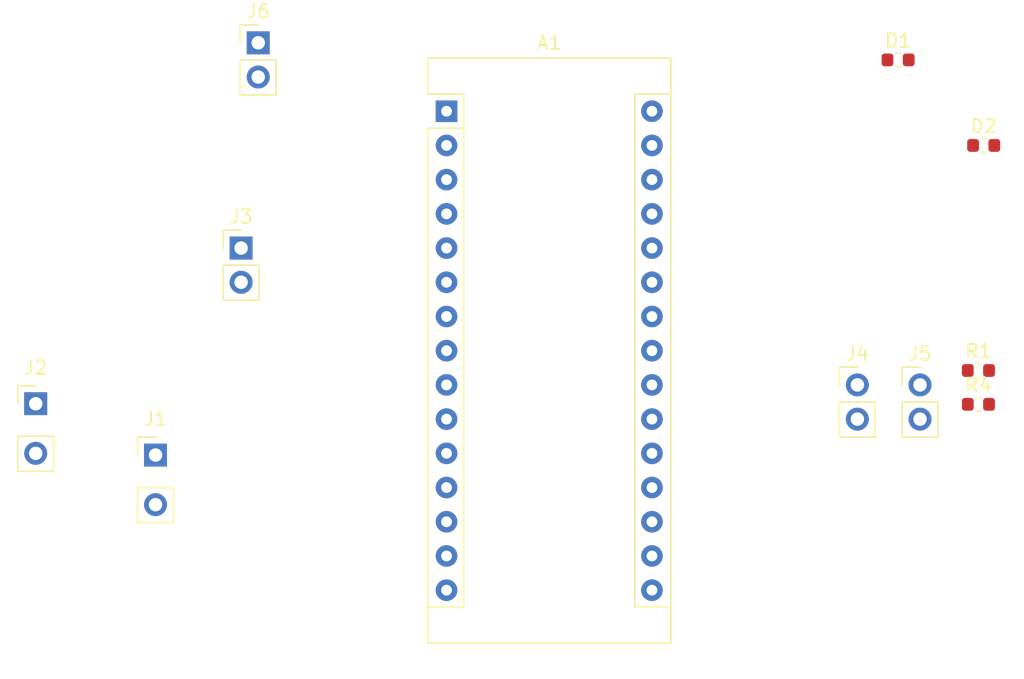
<source format=kicad_pcb>
(kicad_pcb (version 20171130) (host pcbnew "(5.1.4-0-10_14)")

  (general
    (thickness 1.6)
    (drawings 0)
    (tracks 0)
    (zones 0)
    (modules 11)
    (nets 34)
  )

  (page A4)
  (layers
    (0 F.Cu signal)
    (31 B.Cu signal)
    (32 B.Adhes user)
    (33 F.Adhes user)
    (34 B.Paste user)
    (35 F.Paste user)
    (36 B.SilkS user)
    (37 F.SilkS user)
    (38 B.Mask user)
    (39 F.Mask user)
    (40 Dwgs.User user)
    (41 Cmts.User user)
    (42 Eco1.User user)
    (43 Eco2.User user)
    (44 Edge.Cuts user)
    (45 Margin user)
    (46 B.CrtYd user)
    (47 F.CrtYd user)
    (48 B.Fab user)
    (49 F.Fab user)
  )

  (setup
    (last_trace_width 0.25)
    (trace_clearance 0.2)
    (zone_clearance 0.508)
    (zone_45_only no)
    (trace_min 0.2)
    (via_size 0.8)
    (via_drill 0.4)
    (via_min_size 0.4)
    (via_min_drill 0.3)
    (uvia_size 0.3)
    (uvia_drill 0.1)
    (uvias_allowed no)
    (uvia_min_size 0.2)
    (uvia_min_drill 0.1)
    (edge_width 0.05)
    (segment_width 0.2)
    (pcb_text_width 0.3)
    (pcb_text_size 1.5 1.5)
    (mod_edge_width 0.12)
    (mod_text_size 1 1)
    (mod_text_width 0.15)
    (pad_size 1.524 1.524)
    (pad_drill 0.762)
    (pad_to_mask_clearance 0.051)
    (solder_mask_min_width 0.25)
    (aux_axis_origin 0 0)
    (visible_elements FFFFFF7F)
    (pcbplotparams
      (layerselection 0x010fc_ffffffff)
      (usegerberextensions false)
      (usegerberattributes false)
      (usegerberadvancedattributes false)
      (creategerberjobfile false)
      (excludeedgelayer true)
      (linewidth 0.100000)
      (plotframeref false)
      (viasonmask false)
      (mode 1)
      (useauxorigin false)
      (hpglpennumber 1)
      (hpglpenspeed 20)
      (hpglpendiameter 15.000000)
      (psnegative false)
      (psa4output false)
      (plotreference true)
      (plotvalue true)
      (plotinvisibletext false)
      (padsonsilk false)
      (subtractmaskfromsilk false)
      (outputformat 1)
      (mirror false)
      (drillshape 1)
      (scaleselection 1)
      (outputdirectory ""))
  )

  (net 0 "")
  (net 1 "Net-(A1-Pad16)")
  (net 2 "Net-(A1-Pad15)")
  (net 3 "Net-(A1-Pad30)")
  (net 4 "Net-(A1-Pad14)")
  (net 5 "Net-(A1-Pad13)")
  (net 6 "Net-(A1-Pad28)")
  (net 7 "Net-(A1-Pad12)")
  (net 8 +5V)
  (net 9 "Net-(A1-Pad11)")
  (net 10 "Net-(A1-Pad26)")
  (net 11 "Net-(A1-Pad10)")
  (net 12 "Net-(A1-Pad25)")
  (net 13 "Net-(A1-Pad9)")
  (net 14 "Net-(A1-Pad24)")
  (net 15 "Net-(A1-Pad8)")
  (net 16 "Net-(A1-Pad23)")
  (net 17 "Net-(A1-Pad7)")
  (net 18 "Net-(A1-Pad22)")
  (net 19 "Net-(A1-Pad21)")
  (net 20 "Net-(A1-Pad20)")
  (net 21 "Net-(A1-Pad4)")
  (net 22 "Net-(A1-Pad19)")
  (net 23 "Net-(A1-Pad3)")
  (net 24 "Net-(A1-Pad18)")
  (net 25 "Net-(A1-Pad2)")
  (net 26 "Net-(A1-Pad17)")
  (net 27 "Net-(A1-Pad1)")
  (net 28 "Net-(D1-Pad2)")
  (net 29 GND)
  (net 30 "Net-(D2-Pad2)")
  (net 31 D3)
  (net 32 D2)
  (net 33 +5P)

  (net_class Default "This is the default net class."
    (clearance 0.2)
    (trace_width 0.25)
    (via_dia 0.8)
    (via_drill 0.4)
    (uvia_dia 0.3)
    (uvia_drill 0.1)
    (add_net +5P)
    (add_net +5V)
    (add_net D2)
    (add_net D3)
    (add_net GND)
    (add_net "Net-(A1-Pad1)")
    (add_net "Net-(A1-Pad10)")
    (add_net "Net-(A1-Pad11)")
    (add_net "Net-(A1-Pad12)")
    (add_net "Net-(A1-Pad13)")
    (add_net "Net-(A1-Pad14)")
    (add_net "Net-(A1-Pad15)")
    (add_net "Net-(A1-Pad16)")
    (add_net "Net-(A1-Pad17)")
    (add_net "Net-(A1-Pad18)")
    (add_net "Net-(A1-Pad19)")
    (add_net "Net-(A1-Pad2)")
    (add_net "Net-(A1-Pad20)")
    (add_net "Net-(A1-Pad21)")
    (add_net "Net-(A1-Pad22)")
    (add_net "Net-(A1-Pad23)")
    (add_net "Net-(A1-Pad24)")
    (add_net "Net-(A1-Pad25)")
    (add_net "Net-(A1-Pad26)")
    (add_net "Net-(A1-Pad28)")
    (add_net "Net-(A1-Pad3)")
    (add_net "Net-(A1-Pad30)")
    (add_net "Net-(A1-Pad4)")
    (add_net "Net-(A1-Pad7)")
    (add_net "Net-(A1-Pad8)")
    (add_net "Net-(A1-Pad9)")
    (add_net "Net-(D1-Pad2)")
    (add_net "Net-(D2-Pad2)")
  )

  (module Resistor_SMD:R_0603_1608Metric (layer F.Cu) (tedit 5B301BBD) (tstamp 5DB0F268)
    (at 184.24 120.82)
    (descr "Resistor SMD 0603 (1608 Metric), square (rectangular) end terminal, IPC_7351 nominal, (Body size source: http://www.tortai-tech.com/upload/download/2011102023233369053.pdf), generated with kicad-footprint-generator")
    (tags resistor)
    (path /5DB25A67)
    (attr smd)
    (fp_text reference R4 (at 0 -1.43) (layer F.SilkS)
      (effects (font (size 1 1) (thickness 0.15)))
    )
    (fp_text value 10k (at 0 1.43) (layer F.Fab)
      (effects (font (size 1 1) (thickness 0.15)))
    )
    (fp_text user %R (at 0 0) (layer F.Fab)
      (effects (font (size 0.4 0.4) (thickness 0.06)))
    )
    (fp_line (start 1.48 0.73) (end -1.48 0.73) (layer F.CrtYd) (width 0.05))
    (fp_line (start 1.48 -0.73) (end 1.48 0.73) (layer F.CrtYd) (width 0.05))
    (fp_line (start -1.48 -0.73) (end 1.48 -0.73) (layer F.CrtYd) (width 0.05))
    (fp_line (start -1.48 0.73) (end -1.48 -0.73) (layer F.CrtYd) (width 0.05))
    (fp_line (start -0.162779 0.51) (end 0.162779 0.51) (layer F.SilkS) (width 0.12))
    (fp_line (start -0.162779 -0.51) (end 0.162779 -0.51) (layer F.SilkS) (width 0.12))
    (fp_line (start 0.8 0.4) (end -0.8 0.4) (layer F.Fab) (width 0.1))
    (fp_line (start 0.8 -0.4) (end 0.8 0.4) (layer F.Fab) (width 0.1))
    (fp_line (start -0.8 -0.4) (end 0.8 -0.4) (layer F.Fab) (width 0.1))
    (fp_line (start -0.8 0.4) (end -0.8 -0.4) (layer F.Fab) (width 0.1))
    (pad 2 smd roundrect (at 0.7875 0) (size 0.875 0.95) (layers F.Cu F.Paste F.Mask) (roundrect_rratio 0.25)
      (net 19 "Net-(A1-Pad21)"))
    (pad 1 smd roundrect (at -0.7875 0) (size 0.875 0.95) (layers F.Cu F.Paste F.Mask) (roundrect_rratio 0.25)
      (net 29 GND))
    (model ${KISYS3DMOD}/Resistor_SMD.3dshapes/R_0603_1608Metric.wrl
      (at (xyz 0 0 0))
      (scale (xyz 1 1 1))
      (rotate (xyz 0 0 0))
    )
  )

  (module Resistor_SMD:R_0603_1608Metric (layer F.Cu) (tedit 5B301BBD) (tstamp 5DB0F257)
    (at 184.24 118.31)
    (descr "Resistor SMD 0603 (1608 Metric), square (rectangular) end terminal, IPC_7351 nominal, (Body size source: http://www.tortai-tech.com/upload/download/2011102023233369053.pdf), generated with kicad-footprint-generator")
    (tags resistor)
    (path /5DAE42D2)
    (attr smd)
    (fp_text reference R1 (at 0 -1.43) (layer F.SilkS)
      (effects (font (size 1 1) (thickness 0.15)))
    )
    (fp_text value 10k (at 0 1.43) (layer F.Fab)
      (effects (font (size 1 1) (thickness 0.15)))
    )
    (fp_text user %R (at 0 0) (layer F.Fab)
      (effects (font (size 0.4 0.4) (thickness 0.06)))
    )
    (fp_line (start 1.48 0.73) (end -1.48 0.73) (layer F.CrtYd) (width 0.05))
    (fp_line (start 1.48 -0.73) (end 1.48 0.73) (layer F.CrtYd) (width 0.05))
    (fp_line (start -1.48 -0.73) (end 1.48 -0.73) (layer F.CrtYd) (width 0.05))
    (fp_line (start -1.48 0.73) (end -1.48 -0.73) (layer F.CrtYd) (width 0.05))
    (fp_line (start -0.162779 0.51) (end 0.162779 0.51) (layer F.SilkS) (width 0.12))
    (fp_line (start -0.162779 -0.51) (end 0.162779 -0.51) (layer F.SilkS) (width 0.12))
    (fp_line (start 0.8 0.4) (end -0.8 0.4) (layer F.Fab) (width 0.1))
    (fp_line (start 0.8 -0.4) (end 0.8 0.4) (layer F.Fab) (width 0.1))
    (fp_line (start -0.8 -0.4) (end 0.8 -0.4) (layer F.Fab) (width 0.1))
    (fp_line (start -0.8 0.4) (end -0.8 -0.4) (layer F.Fab) (width 0.1))
    (pad 2 smd roundrect (at 0.7875 0) (size 0.875 0.95) (layers F.Cu F.Paste F.Mask) (roundrect_rratio 0.25)
      (net 22 "Net-(A1-Pad19)"))
    (pad 1 smd roundrect (at -0.7875 0) (size 0.875 0.95) (layers F.Cu F.Paste F.Mask) (roundrect_rratio 0.25)
      (net 29 GND))
    (model ${KISYS3DMOD}/Resistor_SMD.3dshapes/R_0603_1608Metric.wrl
      (at (xyz 0 0 0))
      (scale (xyz 1 1 1))
      (rotate (xyz 0 0 0))
    )
  )

  (module Connector_PinHeader_2.54mm:PinHeader_1x02_P2.54mm_Vertical_V2 (layer F.Cu) (tedit 5DB0937F) (tstamp 5DB0F21C)
    (at 179.91 119.38)
    (descr "Through hole straight pin header, 1x02, 2.54mm pitch, single row")
    (tags "Through hole pin header THT 1x02 2.54mm single row")
    (path /5DB21842)
    (fp_text reference J5 (at 0 -2.33) (layer F.SilkS)
      (effects (font (size 1 1) (thickness 0.15)))
    )
    (fp_text value Conn_01x02_Female (at 0 4.87) (layer F.Fab)
      (effects (font (size 1 1) (thickness 0.15)))
    )
    (fp_line (start 1.8 -1.8) (end -1.8 -1.8) (layer F.CrtYd) (width 0.05))
    (fp_line (start 1.8 4.35) (end 1.8 -1.8) (layer F.CrtYd) (width 0.05))
    (fp_line (start -1.8 4.35) (end 1.8 4.35) (layer F.CrtYd) (width 0.05))
    (fp_line (start -1.8 -1.8) (end -1.8 4.35) (layer F.CrtYd) (width 0.05))
    (fp_line (start -1.33 -1.33) (end 0 -1.33) (layer F.SilkS) (width 0.12))
    (fp_line (start -1.33 0) (end -1.33 -1.33) (layer F.SilkS) (width 0.12))
    (fp_line (start -1.33 1.27) (end 1.33 1.27) (layer F.SilkS) (width 0.12))
    (fp_line (start 1.33 1.27) (end 1.33 3.87) (layer F.SilkS) (width 0.12))
    (fp_line (start -1.33 1.27) (end -1.33 3.87) (layer F.SilkS) (width 0.12))
    (fp_line (start -1.33 3.87) (end 1.33 3.87) (layer F.SilkS) (width 0.12))
    (fp_line (start -1.27 -0.635) (end -0.635 -1.27) (layer F.Fab) (width 0.1))
    (fp_line (start -1.27 3.81) (end -1.27 -0.635) (layer F.Fab) (width 0.1))
    (fp_line (start 1.27 3.81) (end -1.27 3.81) (layer F.Fab) (width 0.1))
    (fp_line (start 1.27 -1.27) (end 1.27 3.81) (layer F.Fab) (width 0.1))
    (fp_line (start -0.635 -1.27) (end 1.27 -1.27) (layer F.Fab) (width 0.1))
    (pad 2 thru_hole oval (at 0 0) (size 1.7 1.7) (drill 1) (layers *.Cu *.Mask)
      (net 19 "Net-(A1-Pad21)"))
    (pad 2 thru_hole oval (at 0 2.54) (size 1.7 1.7) (drill 1) (layers *.Cu *.Mask)
      (net 19 "Net-(A1-Pad21)"))
    (model ${KISYS3DMOD}/Connector_PinHeader_2.54mm.3dshapes/PinHeader_1x02_P2.54mm_Vertical.wrl
      (at (xyz 0 0 0))
      (scale (xyz 1 1 1))
      (rotate (xyz 0 0 0))
    )
  )

  (module Connector_PinHeader_2.54mm:PinHeader_1x02_P2.54mm_Vertical_V2 (layer F.Cu) (tedit 5DB0937F) (tstamp 5DB0F207)
    (at 175.26 119.38)
    (descr "Through hole straight pin header, 1x02, 2.54mm pitch, single row")
    (tags "Through hole pin header THT 1x02 2.54mm single row")
    (path /5DAF68B1)
    (fp_text reference J4 (at 0 -2.33) (layer F.SilkS)
      (effects (font (size 1 1) (thickness 0.15)))
    )
    (fp_text value Conn_01x02_Female (at 0 4.87) (layer F.Fab)
      (effects (font (size 1 1) (thickness 0.15)))
    )
    (fp_line (start 1.8 -1.8) (end -1.8 -1.8) (layer F.CrtYd) (width 0.05))
    (fp_line (start 1.8 4.35) (end 1.8 -1.8) (layer F.CrtYd) (width 0.05))
    (fp_line (start -1.8 4.35) (end 1.8 4.35) (layer F.CrtYd) (width 0.05))
    (fp_line (start -1.8 -1.8) (end -1.8 4.35) (layer F.CrtYd) (width 0.05))
    (fp_line (start -1.33 -1.33) (end 0 -1.33) (layer F.SilkS) (width 0.12))
    (fp_line (start -1.33 0) (end -1.33 -1.33) (layer F.SilkS) (width 0.12))
    (fp_line (start -1.33 1.27) (end 1.33 1.27) (layer F.SilkS) (width 0.12))
    (fp_line (start 1.33 1.27) (end 1.33 3.87) (layer F.SilkS) (width 0.12))
    (fp_line (start -1.33 1.27) (end -1.33 3.87) (layer F.SilkS) (width 0.12))
    (fp_line (start -1.33 3.87) (end 1.33 3.87) (layer F.SilkS) (width 0.12))
    (fp_line (start -1.27 -0.635) (end -0.635 -1.27) (layer F.Fab) (width 0.1))
    (fp_line (start -1.27 3.81) (end -1.27 -0.635) (layer F.Fab) (width 0.1))
    (fp_line (start 1.27 3.81) (end -1.27 3.81) (layer F.Fab) (width 0.1))
    (fp_line (start 1.27 -1.27) (end 1.27 3.81) (layer F.Fab) (width 0.1))
    (fp_line (start -0.635 -1.27) (end 1.27 -1.27) (layer F.Fab) (width 0.1))
    (pad 2 thru_hole oval (at 0 0) (size 1.7 1.7) (drill 1) (layers *.Cu *.Mask)
      (net 22 "Net-(A1-Pad19)"))
    (pad 2 thru_hole oval (at 0 2.54) (size 1.7 1.7) (drill 1) (layers *.Cu *.Mask)
      (net 22 "Net-(A1-Pad19)"))
    (model ${KISYS3DMOD}/Connector_PinHeader_2.54mm.3dshapes/PinHeader_1x02_P2.54mm_Vertical.wrl
      (at (xyz 0 0 0))
      (scale (xyz 1 1 1))
      (rotate (xyz 0 0 0))
    )
  )

  (module Connector_PinHeader_2.54mm:PinHeader_1x02_P2.54mm_Vertical (layer F.Cu) (tedit 59FED5CC) (tstamp 5DB0EC6E)
    (at 130.81 93.98)
    (descr "Through hole straight pin header, 1x02, 2.54mm pitch, single row")
    (tags "Through hole pin header THT 1x02 2.54mm single row")
    (path /5DB0E066)
    (fp_text reference J6 (at 0 -2.33) (layer F.SilkS)
      (effects (font (size 1 1) (thickness 0.15)))
    )
    (fp_text value LimitSwitchB (at 0 4.87) (layer F.Fab)
      (effects (font (size 1 1) (thickness 0.15)))
    )
    (fp_text user %R (at 0 1.27 90) (layer F.Fab)
      (effects (font (size 1 1) (thickness 0.15)))
    )
    (fp_line (start 1.8 -1.8) (end -1.8 -1.8) (layer F.CrtYd) (width 0.05))
    (fp_line (start 1.8 4.35) (end 1.8 -1.8) (layer F.CrtYd) (width 0.05))
    (fp_line (start -1.8 4.35) (end 1.8 4.35) (layer F.CrtYd) (width 0.05))
    (fp_line (start -1.8 -1.8) (end -1.8 4.35) (layer F.CrtYd) (width 0.05))
    (fp_line (start -1.33 -1.33) (end 0 -1.33) (layer F.SilkS) (width 0.12))
    (fp_line (start -1.33 0) (end -1.33 -1.33) (layer F.SilkS) (width 0.12))
    (fp_line (start -1.33 1.27) (end 1.33 1.27) (layer F.SilkS) (width 0.12))
    (fp_line (start 1.33 1.27) (end 1.33 3.87) (layer F.SilkS) (width 0.12))
    (fp_line (start -1.33 1.27) (end -1.33 3.87) (layer F.SilkS) (width 0.12))
    (fp_line (start -1.33 3.87) (end 1.33 3.87) (layer F.SilkS) (width 0.12))
    (fp_line (start -1.27 -0.635) (end -0.635 -1.27) (layer F.Fab) (width 0.1))
    (fp_line (start -1.27 3.81) (end -1.27 -0.635) (layer F.Fab) (width 0.1))
    (fp_line (start 1.27 3.81) (end -1.27 3.81) (layer F.Fab) (width 0.1))
    (fp_line (start 1.27 -1.27) (end 1.27 3.81) (layer F.Fab) (width 0.1))
    (fp_line (start -0.635 -1.27) (end 1.27 -1.27) (layer F.Fab) (width 0.1))
    (pad 2 thru_hole oval (at 0 2.54) (size 1.7 1.7) (drill 1) (layers *.Cu *.Mask)
      (net 32 D2))
    (pad 1 thru_hole rect (at 0 0) (size 1.7 1.7) (drill 1) (layers *.Cu *.Mask)
      (net 29 GND))
    (model ${KISYS3DMOD}/Connector_PinHeader_2.54mm.3dshapes/PinHeader_1x02_P2.54mm_Vertical.wrl
      (at (xyz 0 0 0))
      (scale (xyz 1 1 1))
      (rotate (xyz 0 0 0))
    )
  )

  (module Connector_PinHeader_2.54mm:PinHeader_1x02_P5.04mm_Vertical (layer F.Cu) (tedit 5DB08D9B) (tstamp 5DB0EC43)
    (at 114.3 121.92)
    (descr "Through hole straight pin header, 1x02, 2.54mm pitch, single row")
    (tags "Through hole pin header THT 1x02 2.54mm single row")
    (path /5DB09907)
    (fp_text reference J2 (at 0 -3.81) (layer F.SilkS)
      (effects (font (size 1 1) (thickness 0.15)))
    )
    (fp_text value Servo2 (at 0 4.87) (layer F.Fab)
      (effects (font (size 1 1) (thickness 0.15)))
    )
    (fp_text user %R (at 0 1.27 90) (layer F.Fab)
      (effects (font (size 1 1) (thickness 0.15)))
    )
    (fp_line (start 1.8 -2.921) (end -1.8 -2.921) (layer F.CrtYd) (width 0.05))
    (fp_line (start 1.8 4.35) (end 1.8 -2.921) (layer F.CrtYd) (width 0.05))
    (fp_line (start -1.8 4.35) (end 1.8 4.35) (layer F.CrtYd) (width 0.05))
    (fp_line (start -1.8 -2.921) (end -1.8 4.35) (layer F.CrtYd) (width 0.05))
    (fp_line (start -1.33 -2.473) (end 0 -2.473) (layer F.SilkS) (width 0.12))
    (fp_line (start -1.33 -1.143) (end -1.33 -2.473) (layer F.SilkS) (width 0.12))
    (fp_line (start -1.33 1.27) (end 1.33 1.27) (layer F.SilkS) (width 0.12))
    (fp_line (start 1.33 1.27) (end 1.33 3.87) (layer F.SilkS) (width 0.12))
    (fp_line (start -1.33 1.27) (end -1.33 3.87) (layer F.SilkS) (width 0.12))
    (fp_line (start -1.33 3.87) (end 1.33 3.87) (layer F.SilkS) (width 0.12))
    (fp_line (start -1.27 -1.778) (end -0.635 -2.413) (layer F.Fab) (width 0.1))
    (fp_line (start -1.27 3.81) (end -1.27 -2.413) (layer F.Fab) (width 0.1))
    (fp_line (start 1.27 3.81) (end -1.27 3.81) (layer F.Fab) (width 0.1))
    (fp_line (start 1.27 -2.413) (end 1.27 3.81) (layer F.Fab) (width 0.1))
    (fp_line (start -0.635 -2.413) (end 1.27 -2.413) (layer F.Fab) (width 0.1))
    (pad 2 thru_hole oval (at 0 2.54) (size 1.7 1.7) (drill 1) (layers *.Cu *.Mask)
      (net 33 +5P))
    (pad 1 thru_hole rect (at 0 -1.143) (size 1.7 1.7) (drill 1) (layers *.Cu *.Mask)
      (net 13 "Net-(A1-Pad9)"))
    (model ${KISYS3DMOD}/Connector_PinHeader_2.54mm.3dshapes/PinHeader_1x02_P2.54mm_Vertical.wrl
      (at (xyz 0 0 0))
      (scale (xyz 1 1 1))
      (rotate (xyz 0 0 0))
    )
  )

  (module Connector_PinHeader_2.54mm:PinHeader_1x02_P5.04mm_Vertical (layer F.Cu) (tedit 5DB08D9B) (tstamp 5DB0EC2D)
    (at 123.19 125.73)
    (descr "Through hole straight pin header, 1x02, 2.54mm pitch, single row")
    (tags "Through hole pin header THT 1x02 2.54mm single row")
    (path /5DAE38D8)
    (fp_text reference J1 (at 0 -3.81) (layer F.SilkS)
      (effects (font (size 1 1) (thickness 0.15)))
    )
    (fp_text value Servo1 (at 0 4.87) (layer F.Fab)
      (effects (font (size 1 1) (thickness 0.15)))
    )
    (fp_text user %R (at 0 1.27 90) (layer F.Fab)
      (effects (font (size 1 1) (thickness 0.15)))
    )
    (fp_line (start 1.8 -2.921) (end -1.8 -2.921) (layer F.CrtYd) (width 0.05))
    (fp_line (start 1.8 4.35) (end 1.8 -2.921) (layer F.CrtYd) (width 0.05))
    (fp_line (start -1.8 4.35) (end 1.8 4.35) (layer F.CrtYd) (width 0.05))
    (fp_line (start -1.8 -2.921) (end -1.8 4.35) (layer F.CrtYd) (width 0.05))
    (fp_line (start -1.33 -2.473) (end 0 -2.473) (layer F.SilkS) (width 0.12))
    (fp_line (start -1.33 -1.143) (end -1.33 -2.473) (layer F.SilkS) (width 0.12))
    (fp_line (start -1.33 1.27) (end 1.33 1.27) (layer F.SilkS) (width 0.12))
    (fp_line (start 1.33 1.27) (end 1.33 3.87) (layer F.SilkS) (width 0.12))
    (fp_line (start -1.33 1.27) (end -1.33 3.87) (layer F.SilkS) (width 0.12))
    (fp_line (start -1.33 3.87) (end 1.33 3.87) (layer F.SilkS) (width 0.12))
    (fp_line (start -1.27 -1.778) (end -0.635 -2.413) (layer F.Fab) (width 0.1))
    (fp_line (start -1.27 3.81) (end -1.27 -2.413) (layer F.Fab) (width 0.1))
    (fp_line (start 1.27 3.81) (end -1.27 3.81) (layer F.Fab) (width 0.1))
    (fp_line (start 1.27 -2.413) (end 1.27 3.81) (layer F.Fab) (width 0.1))
    (fp_line (start -0.635 -2.413) (end 1.27 -2.413) (layer F.Fab) (width 0.1))
    (pad 2 thru_hole oval (at 0 2.54) (size 1.7 1.7) (drill 1) (layers *.Cu *.Mask)
      (net 33 +5P))
    (pad 1 thru_hole rect (at 0 -1.143) (size 1.7 1.7) (drill 1) (layers *.Cu *.Mask)
      (net 7 "Net-(A1-Pad12)"))
    (model ${KISYS3DMOD}/Connector_PinHeader_2.54mm.3dshapes/PinHeader_1x02_P2.54mm_Vertical.wrl
      (at (xyz 0 0 0))
      (scale (xyz 1 1 1))
      (rotate (xyz 0 0 0))
    )
  )

  (module Connector_PinHeader_2.54mm:PinHeader_1x02_P2.54mm_Vertical (layer F.Cu) (tedit 59FED5CC) (tstamp 5DAE25CC)
    (at 129.54 109.22)
    (descr "Through hole straight pin header, 1x02, 2.54mm pitch, single row")
    (tags "Through hole pin header THT 1x02 2.54mm single row")
    (path /5DAFAF0D)
    (fp_text reference J3 (at 0 -2.33) (layer F.SilkS)
      (effects (font (size 1 1) (thickness 0.15)))
    )
    (fp_text value LimitSwitchA (at 0 4.87) (layer F.Fab)
      (effects (font (size 1 1) (thickness 0.15)))
    )
    (fp_text user %R (at 0 1.27 90) (layer F.Fab)
      (effects (font (size 1 1) (thickness 0.15)))
    )
    (fp_line (start 1.8 -1.8) (end -1.8 -1.8) (layer F.CrtYd) (width 0.05))
    (fp_line (start 1.8 4.35) (end 1.8 -1.8) (layer F.CrtYd) (width 0.05))
    (fp_line (start -1.8 4.35) (end 1.8 4.35) (layer F.CrtYd) (width 0.05))
    (fp_line (start -1.8 -1.8) (end -1.8 4.35) (layer F.CrtYd) (width 0.05))
    (fp_line (start -1.33 -1.33) (end 0 -1.33) (layer F.SilkS) (width 0.12))
    (fp_line (start -1.33 0) (end -1.33 -1.33) (layer F.SilkS) (width 0.12))
    (fp_line (start -1.33 1.27) (end 1.33 1.27) (layer F.SilkS) (width 0.12))
    (fp_line (start 1.33 1.27) (end 1.33 3.87) (layer F.SilkS) (width 0.12))
    (fp_line (start -1.33 1.27) (end -1.33 3.87) (layer F.SilkS) (width 0.12))
    (fp_line (start -1.33 3.87) (end 1.33 3.87) (layer F.SilkS) (width 0.12))
    (fp_line (start -1.27 -0.635) (end -0.635 -1.27) (layer F.Fab) (width 0.1))
    (fp_line (start -1.27 3.81) (end -1.27 -0.635) (layer F.Fab) (width 0.1))
    (fp_line (start 1.27 3.81) (end -1.27 3.81) (layer F.Fab) (width 0.1))
    (fp_line (start 1.27 -1.27) (end 1.27 3.81) (layer F.Fab) (width 0.1))
    (fp_line (start -0.635 -1.27) (end 1.27 -1.27) (layer F.Fab) (width 0.1))
    (pad 2 thru_hole oval (at 0 2.54) (size 1.7 1.7) (drill 1) (layers *.Cu *.Mask)
      (net 31 D3))
    (pad 1 thru_hole rect (at 0 0) (size 1.7 1.7) (drill 1) (layers *.Cu *.Mask)
      (net 29 GND))
    (model ${KISYS3DMOD}/Connector_PinHeader_2.54mm.3dshapes/PinHeader_1x02_P2.54mm_Vertical.wrl
      (at (xyz 0 0 0))
      (scale (xyz 1 1 1))
      (rotate (xyz 0 0 0))
    )
  )

  (module Resistor_SMD:R_0603_1608Metric (layer F.Cu) (tedit 5B301BBD) (tstamp 5DAE1A6E)
    (at 184.6325 101.6)
    (descr "Resistor SMD 0603 (1608 Metric), square (rectangular) end terminal, IPC_7351 nominal, (Body size source: http://www.tortai-tech.com/upload/download/2011102023233369053.pdf), generated with kicad-footprint-generator")
    (tags resistor)
    (path /5DB1C9A4)
    (attr smd)
    (fp_text reference D2 (at 0 -1.43) (layer F.SilkS)
      (effects (font (size 1 1) (thickness 0.15)))
    )
    (fp_text value G-LED (at 0 1.43) (layer F.Fab)
      (effects (font (size 1 1) (thickness 0.15)))
    )
    (fp_text user %R (at 0 0) (layer F.Fab)
      (effects (font (size 0.4 0.4) (thickness 0.06)))
    )
    (fp_line (start 1.48 0.73) (end -1.48 0.73) (layer F.CrtYd) (width 0.05))
    (fp_line (start 1.48 -0.73) (end 1.48 0.73) (layer F.CrtYd) (width 0.05))
    (fp_line (start -1.48 -0.73) (end 1.48 -0.73) (layer F.CrtYd) (width 0.05))
    (fp_line (start -1.48 0.73) (end -1.48 -0.73) (layer F.CrtYd) (width 0.05))
    (fp_line (start -0.162779 0.51) (end 0.162779 0.51) (layer F.SilkS) (width 0.12))
    (fp_line (start -0.162779 -0.51) (end 0.162779 -0.51) (layer F.SilkS) (width 0.12))
    (fp_line (start 0.8 0.4) (end -0.8 0.4) (layer F.Fab) (width 0.1))
    (fp_line (start 0.8 -0.4) (end 0.8 0.4) (layer F.Fab) (width 0.1))
    (fp_line (start -0.8 -0.4) (end 0.8 -0.4) (layer F.Fab) (width 0.1))
    (fp_line (start -0.8 0.4) (end -0.8 -0.4) (layer F.Fab) (width 0.1))
    (pad 2 smd roundrect (at 0.7875 0) (size 0.875 0.95) (layers F.Cu F.Paste F.Mask) (roundrect_rratio 0.25)
      (net 30 "Net-(D2-Pad2)"))
    (pad 1 smd roundrect (at -0.7875 0) (size 0.875 0.95) (layers F.Cu F.Paste F.Mask) (roundrect_rratio 0.25)
      (net 29 GND))
    (model ${KISYS3DMOD}/Resistor_SMD.3dshapes/R_0603_1608Metric.wrl
      (at (xyz 0 0 0))
      (scale (xyz 1 1 1))
      (rotate (xyz 0 0 0))
    )
  )

  (module Resistor_SMD:R_0603_1608Metric (layer F.Cu) (tedit 5B301BBD) (tstamp 5DAE1A5D)
    (at 178.2825 95.25)
    (descr "Resistor SMD 0603 (1608 Metric), square (rectangular) end terminal, IPC_7351 nominal, (Body size source: http://www.tortai-tech.com/upload/download/2011102023233369053.pdf), generated with kicad-footprint-generator")
    (tags resistor)
    (path /5DAF88E0)
    (attr smd)
    (fp_text reference D1 (at 0 -1.43) (layer F.SilkS)
      (effects (font (size 1 1) (thickness 0.15)))
    )
    (fp_text value R-LED (at 0 1.43) (layer F.Fab)
      (effects (font (size 1 1) (thickness 0.15)))
    )
    (fp_text user %R (at 0 0) (layer F.Fab)
      (effects (font (size 0.4 0.4) (thickness 0.06)))
    )
    (fp_line (start 1.48 0.73) (end -1.48 0.73) (layer F.CrtYd) (width 0.05))
    (fp_line (start 1.48 -0.73) (end 1.48 0.73) (layer F.CrtYd) (width 0.05))
    (fp_line (start -1.48 -0.73) (end 1.48 -0.73) (layer F.CrtYd) (width 0.05))
    (fp_line (start -1.48 0.73) (end -1.48 -0.73) (layer F.CrtYd) (width 0.05))
    (fp_line (start -0.162779 0.51) (end 0.162779 0.51) (layer F.SilkS) (width 0.12))
    (fp_line (start -0.162779 -0.51) (end 0.162779 -0.51) (layer F.SilkS) (width 0.12))
    (fp_line (start 0.8 0.4) (end -0.8 0.4) (layer F.Fab) (width 0.1))
    (fp_line (start 0.8 -0.4) (end 0.8 0.4) (layer F.Fab) (width 0.1))
    (fp_line (start -0.8 -0.4) (end 0.8 -0.4) (layer F.Fab) (width 0.1))
    (fp_line (start -0.8 0.4) (end -0.8 -0.4) (layer F.Fab) (width 0.1))
    (pad 2 smd roundrect (at 0.7875 0) (size 0.875 0.95) (layers F.Cu F.Paste F.Mask) (roundrect_rratio 0.25)
      (net 28 "Net-(D1-Pad2)"))
    (pad 1 smd roundrect (at -0.7875 0) (size 0.875 0.95) (layers F.Cu F.Paste F.Mask) (roundrect_rratio 0.25)
      (net 29 GND))
    (model ${KISYS3DMOD}/Resistor_SMD.3dshapes/R_0603_1608Metric.wrl
      (at (xyz 0 0 0))
      (scale (xyz 1 1 1))
      (rotate (xyz 0 0 0))
    )
  )

  (module Module:Arduino_Nano (layer F.Cu) (tedit 58ACAF70) (tstamp 5DAE1A4C)
    (at 144.78 99.06)
    (descr "Arduino Nano, http://www.mouser.com/pdfdocs/Gravitech_Arduino_Nano3_0.pdf")
    (tags "Arduino Nano")
    (path /5DAE21E4)
    (fp_text reference A1 (at 7.62 -5.08) (layer F.SilkS)
      (effects (font (size 1 1) (thickness 0.15)))
    )
    (fp_text value Arduino_Nano_v3.x (at 8.89 19.05 90) (layer F.Fab)
      (effects (font (size 1 1) (thickness 0.15)))
    )
    (fp_line (start 16.75 42.16) (end -1.53 42.16) (layer F.CrtYd) (width 0.05))
    (fp_line (start 16.75 42.16) (end 16.75 -4.06) (layer F.CrtYd) (width 0.05))
    (fp_line (start -1.53 -4.06) (end -1.53 42.16) (layer F.CrtYd) (width 0.05))
    (fp_line (start -1.53 -4.06) (end 16.75 -4.06) (layer F.CrtYd) (width 0.05))
    (fp_line (start 16.51 -3.81) (end 16.51 39.37) (layer F.Fab) (width 0.1))
    (fp_line (start 0 -3.81) (end 16.51 -3.81) (layer F.Fab) (width 0.1))
    (fp_line (start -1.27 -2.54) (end 0 -3.81) (layer F.Fab) (width 0.1))
    (fp_line (start -1.27 39.37) (end -1.27 -2.54) (layer F.Fab) (width 0.1))
    (fp_line (start 16.51 39.37) (end -1.27 39.37) (layer F.Fab) (width 0.1))
    (fp_line (start 16.64 -3.94) (end -1.4 -3.94) (layer F.SilkS) (width 0.12))
    (fp_line (start 16.64 39.5) (end 16.64 -3.94) (layer F.SilkS) (width 0.12))
    (fp_line (start -1.4 39.5) (end 16.64 39.5) (layer F.SilkS) (width 0.12))
    (fp_line (start 3.81 41.91) (end 3.81 31.75) (layer F.Fab) (width 0.1))
    (fp_line (start 11.43 41.91) (end 3.81 41.91) (layer F.Fab) (width 0.1))
    (fp_line (start 11.43 31.75) (end 11.43 41.91) (layer F.Fab) (width 0.1))
    (fp_line (start 3.81 31.75) (end 11.43 31.75) (layer F.Fab) (width 0.1))
    (fp_line (start 1.27 36.83) (end -1.4 36.83) (layer F.SilkS) (width 0.12))
    (fp_line (start 1.27 1.27) (end 1.27 36.83) (layer F.SilkS) (width 0.12))
    (fp_line (start 1.27 1.27) (end -1.4 1.27) (layer F.SilkS) (width 0.12))
    (fp_line (start 13.97 36.83) (end 16.64 36.83) (layer F.SilkS) (width 0.12))
    (fp_line (start 13.97 -1.27) (end 13.97 36.83) (layer F.SilkS) (width 0.12))
    (fp_line (start 13.97 -1.27) (end 16.64 -1.27) (layer F.SilkS) (width 0.12))
    (fp_line (start -1.4 -3.94) (end -1.4 -1.27) (layer F.SilkS) (width 0.12))
    (fp_line (start -1.4 1.27) (end -1.4 39.5) (layer F.SilkS) (width 0.12))
    (fp_line (start 1.27 -1.27) (end -1.4 -1.27) (layer F.SilkS) (width 0.12))
    (fp_line (start 1.27 1.27) (end 1.27 -1.27) (layer F.SilkS) (width 0.12))
    (fp_text user %R (at 6.35 19.05 90) (layer F.Fab)
      (effects (font (size 1 1) (thickness 0.15)))
    )
    (pad 16 thru_hole oval (at 15.24 35.56) (size 1.6 1.6) (drill 0.8) (layers *.Cu *.Mask)
      (net 1 "Net-(A1-Pad16)"))
    (pad 15 thru_hole oval (at 0 35.56) (size 1.6 1.6) (drill 0.8) (layers *.Cu *.Mask)
      (net 2 "Net-(A1-Pad15)"))
    (pad 30 thru_hole oval (at 15.24 0) (size 1.6 1.6) (drill 0.8) (layers *.Cu *.Mask)
      (net 3 "Net-(A1-Pad30)"))
    (pad 14 thru_hole oval (at 0 33.02) (size 1.6 1.6) (drill 0.8) (layers *.Cu *.Mask)
      (net 4 "Net-(A1-Pad14)"))
    (pad 29 thru_hole oval (at 15.24 2.54) (size 1.6 1.6) (drill 0.8) (layers *.Cu *.Mask)
      (net 29 GND))
    (pad 13 thru_hole oval (at 0 30.48) (size 1.6 1.6) (drill 0.8) (layers *.Cu *.Mask)
      (net 5 "Net-(A1-Pad13)"))
    (pad 28 thru_hole oval (at 15.24 5.08) (size 1.6 1.6) (drill 0.8) (layers *.Cu *.Mask)
      (net 6 "Net-(A1-Pad28)"))
    (pad 12 thru_hole oval (at 0 27.94) (size 1.6 1.6) (drill 0.8) (layers *.Cu *.Mask)
      (net 7 "Net-(A1-Pad12)"))
    (pad 27 thru_hole oval (at 15.24 7.62) (size 1.6 1.6) (drill 0.8) (layers *.Cu *.Mask)
      (net 8 +5V))
    (pad 11 thru_hole oval (at 0 25.4) (size 1.6 1.6) (drill 0.8) (layers *.Cu *.Mask)
      (net 9 "Net-(A1-Pad11)"))
    (pad 26 thru_hole oval (at 15.24 10.16) (size 1.6 1.6) (drill 0.8) (layers *.Cu *.Mask)
      (net 10 "Net-(A1-Pad26)"))
    (pad 10 thru_hole oval (at 0 22.86) (size 1.6 1.6) (drill 0.8) (layers *.Cu *.Mask)
      (net 11 "Net-(A1-Pad10)"))
    (pad 25 thru_hole oval (at 15.24 12.7) (size 1.6 1.6) (drill 0.8) (layers *.Cu *.Mask)
      (net 12 "Net-(A1-Pad25)"))
    (pad 9 thru_hole oval (at 0 20.32) (size 1.6 1.6) (drill 0.8) (layers *.Cu *.Mask)
      (net 13 "Net-(A1-Pad9)"))
    (pad 24 thru_hole oval (at 15.24 15.24) (size 1.6 1.6) (drill 0.8) (layers *.Cu *.Mask)
      (net 14 "Net-(A1-Pad24)"))
    (pad 8 thru_hole oval (at 0 17.78) (size 1.6 1.6) (drill 0.8) (layers *.Cu *.Mask)
      (net 15 "Net-(A1-Pad8)"))
    (pad 23 thru_hole oval (at 15.24 17.78) (size 1.6 1.6) (drill 0.8) (layers *.Cu *.Mask)
      (net 16 "Net-(A1-Pad23)"))
    (pad 7 thru_hole oval (at 0 15.24) (size 1.6 1.6) (drill 0.8) (layers *.Cu *.Mask)
      (net 17 "Net-(A1-Pad7)"))
    (pad 22 thru_hole oval (at 15.24 20.32) (size 1.6 1.6) (drill 0.8) (layers *.Cu *.Mask)
      (net 18 "Net-(A1-Pad22)"))
    (pad 6 thru_hole oval (at 0 12.7) (size 1.6 1.6) (drill 0.8) (layers *.Cu *.Mask)
      (net 31 D3))
    (pad 21 thru_hole oval (at 15.24 22.86) (size 1.6 1.6) (drill 0.8) (layers *.Cu *.Mask)
      (net 19 "Net-(A1-Pad21)"))
    (pad 5 thru_hole oval (at 0 10.16) (size 1.6 1.6) (drill 0.8) (layers *.Cu *.Mask)
      (net 32 D2))
    (pad 20 thru_hole oval (at 15.24 25.4) (size 1.6 1.6) (drill 0.8) (layers *.Cu *.Mask)
      (net 20 "Net-(A1-Pad20)"))
    (pad 4 thru_hole oval (at 0 7.62) (size 1.6 1.6) (drill 0.8) (layers *.Cu *.Mask)
      (net 21 "Net-(A1-Pad4)"))
    (pad 19 thru_hole oval (at 15.24 27.94) (size 1.6 1.6) (drill 0.8) (layers *.Cu *.Mask)
      (net 22 "Net-(A1-Pad19)"))
    (pad 3 thru_hole oval (at 0 5.08) (size 1.6 1.6) (drill 0.8) (layers *.Cu *.Mask)
      (net 23 "Net-(A1-Pad3)"))
    (pad 18 thru_hole oval (at 15.24 30.48) (size 1.6 1.6) (drill 0.8) (layers *.Cu *.Mask)
      (net 24 "Net-(A1-Pad18)"))
    (pad 2 thru_hole oval (at 0 2.54) (size 1.6 1.6) (drill 0.8) (layers *.Cu *.Mask)
      (net 25 "Net-(A1-Pad2)"))
    (pad 17 thru_hole oval (at 15.24 33.02) (size 1.6 1.6) (drill 0.8) (layers *.Cu *.Mask)
      (net 26 "Net-(A1-Pad17)"))
    (pad 1 thru_hole rect (at 0 0) (size 1.6 1.6) (drill 0.8) (layers *.Cu *.Mask)
      (net 27 "Net-(A1-Pad1)"))
    (model ${KISYS3DMOD}/Module.3dshapes/Arduino_Nano_WithMountingHoles.wrl
      (at (xyz 0 0 0))
      (scale (xyz 1 1 1))
      (rotate (xyz 0 0 0))
    )
  )

)

</source>
